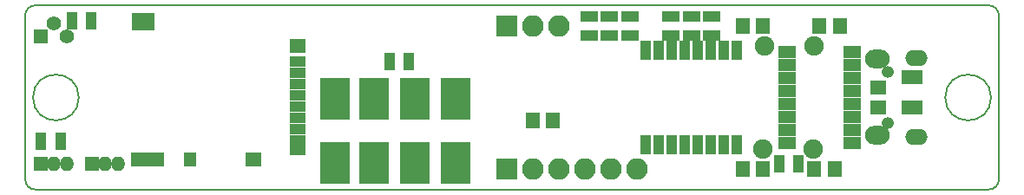
<source format=gbr>
%TF.GenerationSoftware,KiCad,Pcbnew,4.0.7*%
%TF.CreationDate,2018-01-21T21:44:21+02:00*%
%TF.ProjectId,OilMeteo_V2.0,4F696C4D6574656F5F56322E302E6B69,rev?*%
%TF.FileFunction,Soldermask,Bot*%
%FSLAX46Y46*%
G04 Gerber Fmt 4.6, Leading zero omitted, Abs format (unit mm)*
G04 Created by KiCad (PCBNEW 4.0.7) date 01/21/18 21:44:21*
%MOMM*%
%LPD*%
G01*
G04 APERTURE LIST*
%ADD10C,0.150000*%
%ADD11R,1.400000X1.650000*%
%ADD12R,2.900000X4.150000*%
%ADD13R,1.650000X1.400000*%
%ADD14R,1.700000X1.200000*%
%ADD15R,2.000000X1.400000*%
%ADD16O,2.400000X1.850000*%
%ADD17O,2.200000X1.550000*%
%ADD18O,1.200000X1.200000*%
%ADD19R,1.600000X1.100000*%
%ADD20R,1.600000X1.400000*%
%ADD21R,1.200000X1.400000*%
%ADD22R,3.200000X1.400000*%
%ADD23R,2.300000X1.700000*%
%ADD24R,2.100000X2.100000*%
%ADD25O,2.100000X2.100000*%
%ADD26R,1.400000X1.400000*%
%ADD27O,1.400000X1.400000*%
%ADD28R,1.100000X1.700000*%
%ADD29C,1.400000*%
%ADD30R,1.700000X1.100000*%
%ADD31R,1.000000X1.900000*%
%ADD32C,1.900000*%
G04 APERTURE END LIST*
D10*
X100000000Y-35000000D02*
X193000000Y-35000000D01*
X99000000Y-52000000D02*
X99000000Y-36000000D01*
X193000000Y-53000000D02*
X100000000Y-53000000D01*
X194000000Y-36000000D02*
X194000000Y-52000000D01*
X194000000Y-36000000D02*
G75*
G03X193000000Y-35000000I-1000000J0D01*
G01*
X193000000Y-53000000D02*
G75*
G03X194000000Y-52000000I0J1000000D01*
G01*
X99000000Y-52000000D02*
G75*
G03X100000000Y-53000000I1000000J0D01*
G01*
X100000000Y-35000000D02*
G75*
G03X99000000Y-36000000I0J-1000000D01*
G01*
X104236068Y-44000000D02*
G75*
G03X104236068Y-44000000I-2236068J0D01*
G01*
X193236068Y-44000000D02*
G75*
G03X193236068Y-44000000I-2236068J0D01*
G01*
D11*
X148500000Y-46250000D03*
X150500000Y-46250000D03*
X169000000Y-51000000D03*
X171000000Y-51000000D03*
X178000000Y-51000000D03*
X176000000Y-51000000D03*
D12*
X141000000Y-44125000D03*
X141000000Y-50375000D03*
X137000000Y-44125000D03*
X137000000Y-50375000D03*
X133000000Y-44125000D03*
X133000000Y-50375000D03*
D11*
X176500000Y-37000000D03*
X178500000Y-37000000D03*
X171000000Y-37000000D03*
X169000000Y-37000000D03*
D13*
X182250000Y-45000000D03*
X182250000Y-43000000D03*
D12*
X129250000Y-44125000D03*
X129250000Y-50375000D03*
D14*
X179650000Y-39550000D03*
X179650000Y-40830000D03*
X179650000Y-42090000D03*
X179650000Y-43360000D03*
X179650000Y-44640000D03*
X179650000Y-45910000D03*
X179650000Y-47170000D03*
X179650000Y-48450000D03*
X173350000Y-48450000D03*
X173350000Y-47170000D03*
X173350000Y-45910000D03*
X173350000Y-44640000D03*
X173350000Y-43360000D03*
X173350000Y-42090000D03*
X173350000Y-40830000D03*
X173350000Y-39550000D03*
D15*
X185500000Y-42000000D03*
X185500000Y-45000000D03*
D16*
X182150000Y-47725000D03*
X182150000Y-40275000D03*
D17*
X185950000Y-47875000D03*
X185950000Y-40125000D03*
D18*
X183200000Y-46500000D03*
X183200000Y-41500000D03*
D19*
X125600000Y-49150000D03*
X125600000Y-48200000D03*
X125600000Y-40500000D03*
X125600000Y-41600000D03*
X125600000Y-42700000D03*
X125600000Y-43800000D03*
X125600000Y-44900000D03*
X125600000Y-46000000D03*
X125600000Y-47100000D03*
D20*
X125600000Y-38950000D03*
X121300000Y-50100000D03*
D21*
X115100000Y-50100000D03*
D22*
X110950000Y-50100000D03*
D23*
X110500000Y-36600000D03*
D24*
X146000000Y-37000000D03*
D25*
X148540000Y-37000000D03*
X151080000Y-37000000D03*
D26*
X105500000Y-50500000D03*
D27*
X106770000Y-50500000D03*
X108040000Y-50500000D03*
D26*
X100500000Y-50500000D03*
D27*
X101770000Y-50500000D03*
X103040000Y-50500000D03*
D24*
X146000000Y-51000000D03*
D25*
X148540000Y-51000000D03*
X151080000Y-51000000D03*
X153620000Y-51000000D03*
X156160000Y-51000000D03*
X158700000Y-51000000D03*
D28*
X134550000Y-40500000D03*
X136450000Y-40500000D03*
D29*
X101770000Y-36730000D03*
X103040000Y-38000000D03*
D26*
X100500000Y-38000000D03*
D28*
X172550000Y-50500000D03*
X174450000Y-50500000D03*
D30*
X156000000Y-36050000D03*
X156000000Y-37950000D03*
D28*
X105450000Y-36500000D03*
X103550000Y-36500000D03*
X100550000Y-48250000D03*
X102450000Y-48250000D03*
D30*
X161998660Y-37950180D03*
X161998660Y-36050180D03*
X163997640Y-37950180D03*
X163997640Y-36050180D03*
X166000000Y-37950000D03*
X166000000Y-36050000D03*
X158000000Y-36050000D03*
X158000000Y-37950000D03*
X154000000Y-36050000D03*
X154000000Y-37950000D03*
D31*
X159555000Y-39350000D03*
X160825000Y-39350000D03*
X162095000Y-39350000D03*
X163365000Y-39350000D03*
X164635000Y-39350000D03*
X165905000Y-39350000D03*
X167175000Y-39350000D03*
X168445000Y-39350000D03*
X168445000Y-48650000D03*
X167175000Y-48650000D03*
X165905000Y-48650000D03*
X164635000Y-48650000D03*
X163365000Y-48650000D03*
X162095000Y-48650000D03*
X160825000Y-48650000D03*
X159555000Y-48650000D03*
D32*
X171000000Y-49000000D03*
X175880000Y-49000000D03*
X176000000Y-39000000D03*
X171120000Y-39000000D03*
M02*

</source>
